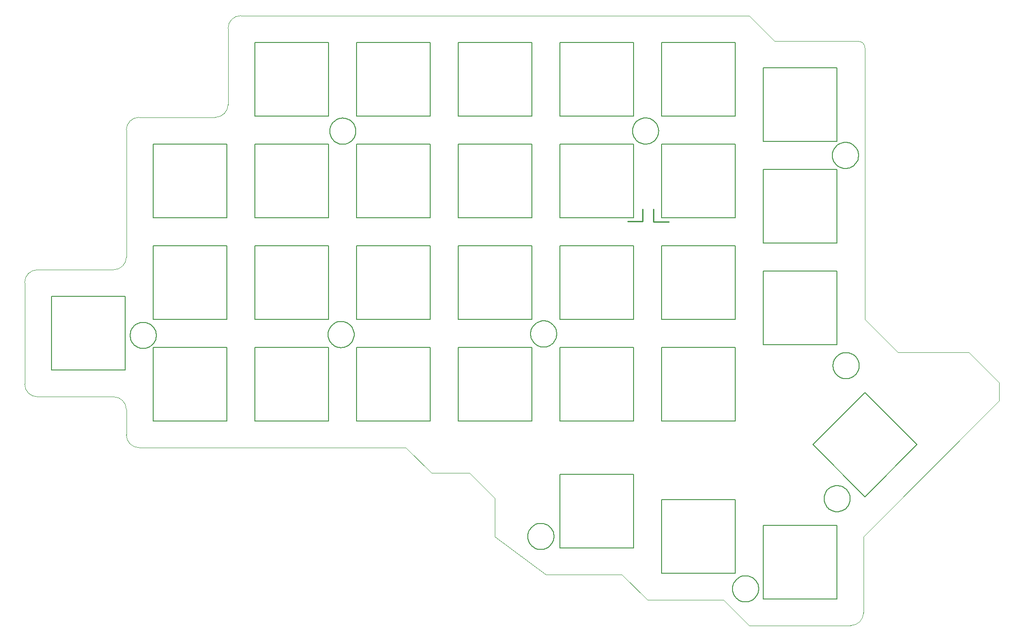
<source format=gbl>
G04 #@! TF.GenerationSoftware,KiCad,Pcbnew,5.1.9*
G04 #@! TF.CreationDate,2021-04-17T13:18:15+02:00*
G04 #@! TF.ProjectId,Crystal-Zeliska-plate,43727973-7461-46c2-9d5a-656c69736b61,rev?*
G04 #@! TF.SameCoordinates,Original*
G04 #@! TF.FileFunction,Copper,L2,Bot*
G04 #@! TF.FilePolarity,Positive*
%FSLAX46Y46*%
G04 Gerber Fmt 4.6, Leading zero omitted, Abs format (unit mm)*
G04 Created by KiCad (PCBNEW 5.1.9) date 2021-04-17 13:18:15*
%MOMM*%
%LPD*%
G01*
G04 APERTURE LIST*
G04 #@! TA.AperFunction,Profile*
%ADD10C,0.200000*%
G04 #@! TD*
G04 #@! TA.AperFunction,Profile*
%ADD11C,0.100000*%
G04 #@! TD*
G04 #@! TA.AperFunction,Conductor*
%ADD12C,0.250000*%
G04 #@! TD*
G04 APERTURE END LIST*
D10*
X136695831Y-131572496D02*
X136604622Y-131833222D01*
X136604622Y-131833222D02*
X136543981Y-132098811D01*
X136543981Y-132098811D02*
X136513425Y-132366835D01*
X136513425Y-132366835D02*
X136512471Y-132634862D01*
X136512471Y-132634862D02*
X136540636Y-132900465D01*
X136540636Y-132900465D02*
X136597435Y-133161214D01*
X136597435Y-133161214D02*
X136682387Y-133414680D01*
X136682387Y-133414680D02*
X136795008Y-133658433D01*
X136795008Y-133658433D02*
X136934814Y-133890044D01*
X136934814Y-133890044D02*
X137101322Y-134107083D01*
X137101322Y-134107083D02*
X137226924Y-134242482D01*
X137226924Y-134242482D02*
X137432899Y-134426523D01*
X137432899Y-134426523D02*
X137655066Y-134584184D01*
X137655066Y-134584184D02*
X137890994Y-134714982D01*
X137890994Y-134714982D02*
X138138254Y-134818433D01*
X138138254Y-134818433D02*
X138394418Y-134894055D01*
X138394418Y-134894055D02*
X138657054Y-134941363D01*
X138657054Y-134941363D02*
X138923736Y-134959875D01*
X138923736Y-134959875D02*
X139192032Y-134949108D01*
X139192032Y-134949108D02*
X139459514Y-134908578D01*
X139459514Y-134908578D02*
X139723752Y-134837802D01*
X139723752Y-134837802D02*
X139896910Y-134773576D01*
X139896910Y-134773576D02*
X140145765Y-134653708D01*
X140145765Y-134653708D02*
X140376445Y-134508787D01*
X140376445Y-134508787D02*
X140587572Y-134340872D01*
X140587572Y-134340872D02*
X140777771Y-134152022D01*
X140777771Y-134152022D02*
X140945666Y-133944297D01*
X140945666Y-133944297D02*
X141089880Y-133719756D01*
X141089880Y-133719756D02*
X141209037Y-133480459D01*
X141209037Y-133480459D02*
X141301762Y-133228465D01*
X141301762Y-133228465D02*
X141366677Y-132965834D01*
X141366677Y-132965834D02*
X141402408Y-132694624D01*
X141402408Y-132694624D02*
X141409336Y-132510070D01*
X141409336Y-132510070D02*
X141397347Y-132267917D01*
X141397347Y-132267917D02*
X141361825Y-132029866D01*
X141361825Y-132029866D02*
X141303434Y-131797524D01*
X141303434Y-131797524D02*
X141222841Y-131572496D01*
X141222841Y-131572496D02*
X141120710Y-131356388D01*
X141120710Y-131356388D02*
X140997707Y-131150809D01*
X140997707Y-131150809D02*
X140854498Y-130957363D01*
X140854498Y-130957363D02*
X140691748Y-130777659D01*
X140691748Y-130777659D02*
X140512043Y-130614908D01*
X140512043Y-130614908D02*
X140318597Y-130471699D01*
X140318597Y-130471699D02*
X140113017Y-130348696D01*
X140113017Y-130348696D02*
X139896910Y-130246565D01*
X139896910Y-130246565D02*
X139671882Y-130165971D01*
X139671882Y-130165971D02*
X139439539Y-130107581D01*
X139439539Y-130107581D02*
X139201488Y-130072058D01*
X139201488Y-130072058D02*
X138959336Y-130060070D01*
X139479271Y-92099999D02*
X139479271Y-92099999D01*
X177309267Y-139880091D02*
X177033483Y-139895600D01*
X177033483Y-139895600D02*
X176764904Y-139941212D01*
X176764904Y-139941212D02*
X176505589Y-140015551D01*
X176505589Y-140015551D02*
X176257599Y-140117239D01*
X176257599Y-140117239D02*
X176022991Y-140244902D01*
X176022991Y-140244902D02*
X175803827Y-140397162D01*
X175803827Y-140397162D02*
X175602165Y-140572644D01*
X175602165Y-140572644D02*
X175420065Y-140769972D01*
X175420065Y-140769972D02*
X175259586Y-140987770D01*
X175259586Y-140987770D02*
X175122787Y-141224661D01*
X175122787Y-141224661D02*
X175045762Y-141392517D01*
X175045762Y-141392517D02*
X174954553Y-141653243D01*
X174954553Y-141653243D02*
X174893912Y-141918832D01*
X174893912Y-141918832D02*
X174863356Y-142186856D01*
X174863356Y-142186856D02*
X174862402Y-142454883D01*
X174862402Y-142454883D02*
X174890567Y-142720486D01*
X174890567Y-142720486D02*
X174947366Y-142981235D01*
X174947366Y-142981235D02*
X175032318Y-143234701D01*
X175032318Y-143234701D02*
X175144939Y-143478454D01*
X175144939Y-143478454D02*
X175284745Y-143710065D01*
X175284745Y-143710065D02*
X175451253Y-143927104D01*
X175451253Y-143927104D02*
X175576855Y-144062503D01*
X175576855Y-144062503D02*
X175782830Y-144246544D01*
X175782830Y-144246544D02*
X176004997Y-144404205D01*
X176004997Y-144404205D02*
X176240925Y-144535003D01*
X176240925Y-144535003D02*
X176488185Y-144638454D01*
X176488185Y-144638454D02*
X176744349Y-144714076D01*
X176744349Y-144714076D02*
X177006985Y-144761384D01*
X177006985Y-144761384D02*
X177273667Y-144779896D01*
X177273667Y-144779896D02*
X177541963Y-144769128D01*
X177541963Y-144769128D02*
X177809445Y-144728598D01*
X177809445Y-144728598D02*
X178073683Y-144657822D01*
X178073683Y-144657822D02*
X178246841Y-144593596D01*
X99265626Y-93732564D02*
X99174417Y-93993290D01*
X99174417Y-93993290D02*
X99113777Y-94258879D01*
X99113777Y-94258879D02*
X99083221Y-94526903D01*
X99083221Y-94526903D02*
X99082267Y-94794930D01*
X99082267Y-94794930D02*
X99110432Y-95060533D01*
X99110432Y-95060533D02*
X99167231Y-95321282D01*
X99167231Y-95321282D02*
X99252183Y-95574748D01*
X99252183Y-95574748D02*
X99364804Y-95818501D01*
X99364804Y-95818501D02*
X99504610Y-96050112D01*
X99504610Y-96050112D02*
X99671118Y-96267151D01*
X99671118Y-96267151D02*
X99796720Y-96402550D01*
X99796720Y-96402550D02*
X100002695Y-96586591D01*
X100002695Y-96586591D02*
X100224862Y-96744252D01*
X100224862Y-96744252D02*
X100460790Y-96875050D01*
X100460790Y-96875050D02*
X100708050Y-96978501D01*
X100708050Y-96978501D02*
X100964214Y-97054123D01*
X100964214Y-97054123D02*
X101226850Y-97101431D01*
X101226850Y-97101431D02*
X101493532Y-97119943D01*
X101493532Y-97119943D02*
X101761828Y-97109175D01*
X101761828Y-97109175D02*
X102029310Y-97068645D01*
X102029310Y-97068645D02*
X102293548Y-96997869D01*
X102293548Y-96997869D02*
X102466706Y-96933643D01*
X102466706Y-96933643D02*
X102715561Y-96813776D01*
X102715561Y-96813776D02*
X102946241Y-96668855D01*
X102946241Y-96668855D02*
X103157368Y-96500940D01*
X103157368Y-96500940D02*
X103347567Y-96312090D01*
X103347567Y-96312090D02*
X103515461Y-96104365D01*
X103515461Y-96104365D02*
X103659675Y-95879824D01*
X103659675Y-95879824D02*
X103778833Y-95640527D01*
X103778833Y-95640527D02*
X103871557Y-95388533D01*
X103871557Y-95388533D02*
X103936473Y-95125902D01*
X103936473Y-95125902D02*
X103972204Y-94854692D01*
X103972204Y-94854692D02*
X103979132Y-94670138D01*
X103979132Y-94670138D02*
X103966482Y-94419639D01*
X103966482Y-94419639D02*
X103929356Y-94176377D01*
X103929356Y-94176377D02*
X103868984Y-93941583D01*
X103868984Y-93941583D02*
X103786598Y-93716487D01*
X103786598Y-93716487D02*
X103683430Y-93502322D01*
X103683430Y-93502322D02*
X103560710Y-93300319D01*
X103560710Y-93300319D02*
X103419670Y-93111710D01*
X103419670Y-93111710D02*
X103261543Y-92937726D01*
X103261543Y-92937726D02*
X103087559Y-92779599D01*
X103087559Y-92779599D02*
X102898949Y-92638559D01*
X102898949Y-92638559D02*
X102696946Y-92515839D01*
X102696946Y-92515839D02*
X102482781Y-92412671D01*
X102482781Y-92412671D02*
X102257686Y-92330285D01*
X102257686Y-92330285D02*
X102022891Y-92269913D01*
X102022891Y-92269913D02*
X101779629Y-92232787D01*
X101779629Y-92232787D02*
X101529131Y-92220138D01*
X64449197Y-92380158D02*
X64449197Y-92380158D01*
X158579307Y-54080004D02*
X158303523Y-54095513D01*
X158303523Y-54095513D02*
X158034944Y-54141125D01*
X158034944Y-54141125D02*
X157775629Y-54215464D01*
X157775629Y-54215464D02*
X157527639Y-54317152D01*
X157527639Y-54317152D02*
X157293031Y-54444814D01*
X157293031Y-54444814D02*
X157073867Y-54597075D01*
X157073867Y-54597075D02*
X156872205Y-54772557D01*
X156872205Y-54772557D02*
X156690105Y-54969885D01*
X156690105Y-54969885D02*
X156529626Y-55187682D01*
X156529626Y-55187682D02*
X156392827Y-55424573D01*
X156392827Y-55424573D02*
X156315802Y-55592429D01*
X156315802Y-55592429D02*
X156224593Y-55853155D01*
X156224593Y-55853155D02*
X156163952Y-56118745D01*
X156163952Y-56118745D02*
X156133396Y-56386768D01*
X156133396Y-56386768D02*
X156132442Y-56654796D01*
X156132442Y-56654796D02*
X156160607Y-56920399D01*
X156160607Y-56920399D02*
X156217406Y-57181148D01*
X156217406Y-57181148D02*
X156302358Y-57434614D01*
X156302358Y-57434614D02*
X156414979Y-57678367D01*
X156414979Y-57678367D02*
X156554785Y-57909977D01*
X156554785Y-57909977D02*
X156721293Y-58127017D01*
X156721293Y-58127017D02*
X156846895Y-58262416D01*
X156846895Y-58262416D02*
X157052870Y-58446457D01*
X157052870Y-58446457D02*
X157275037Y-58604118D01*
X157275037Y-58604118D02*
X157510965Y-58734916D01*
X157510965Y-58734916D02*
X157758225Y-58838367D01*
X157758225Y-58838367D02*
X158014389Y-58913988D01*
X158014389Y-58913988D02*
X158277025Y-58961297D01*
X158277025Y-58961297D02*
X158543707Y-58979808D01*
X158543707Y-58979808D02*
X158812003Y-58969041D01*
X158812003Y-58969041D02*
X159079485Y-58928511D01*
X159079485Y-58928511D02*
X159343723Y-58857735D01*
X159343723Y-58857735D02*
X159516881Y-58793509D01*
X159516881Y-58793509D02*
X159765736Y-58673641D01*
X159765736Y-58673641D02*
X159996416Y-58528720D01*
X159996416Y-58528720D02*
X160207543Y-58360805D01*
X160207543Y-58360805D02*
X160397742Y-58171955D01*
X160397742Y-58171955D02*
X160565637Y-57964230D01*
X160565637Y-57964230D02*
X160709851Y-57739690D01*
X160709851Y-57739690D02*
X160829008Y-57500393D01*
X160829008Y-57500393D02*
X160921733Y-57248399D01*
X160921733Y-57248399D02*
X160986648Y-56985767D01*
X160986648Y-56985767D02*
X161022379Y-56714558D01*
X161022379Y-56714558D02*
X161029307Y-56530004D01*
X161029307Y-56530004D02*
X161016657Y-56279505D01*
X161016657Y-56279505D02*
X160979531Y-56036243D01*
X160979531Y-56036243D02*
X160919159Y-55801448D01*
X160919159Y-55801448D02*
X160836773Y-55576353D01*
X160836773Y-55576353D02*
X160733605Y-55362188D01*
X160733605Y-55362188D02*
X160610885Y-55160185D01*
X160610885Y-55160185D02*
X160469846Y-54971576D01*
X160469846Y-54971576D02*
X160311718Y-54797592D01*
X160311718Y-54797592D02*
X160137734Y-54639464D01*
X160137734Y-54639464D02*
X159949125Y-54498425D01*
X159949125Y-54498425D02*
X159747122Y-54375705D01*
X159747122Y-54375705D02*
X159532957Y-54272537D01*
X159532957Y-54272537D02*
X159307862Y-54190151D01*
X159307862Y-54190151D02*
X159073067Y-54129779D01*
X159073067Y-54129779D02*
X158829805Y-54092653D01*
X158829805Y-54092653D02*
X158579307Y-54080004D01*
X101529131Y-92220138D02*
X101529131Y-92220138D01*
X101839271Y-54100077D02*
X101563487Y-54115586D01*
X101563487Y-54115586D02*
X101294908Y-54161199D01*
X101294908Y-54161199D02*
X101035593Y-54235537D01*
X101035593Y-54235537D02*
X100787603Y-54337225D01*
X100787603Y-54337225D02*
X100552995Y-54464888D01*
X100552995Y-54464888D02*
X100333831Y-54617148D01*
X100333831Y-54617148D02*
X100132169Y-54792631D01*
X100132169Y-54792631D02*
X99950068Y-54989959D01*
X99950068Y-54989959D02*
X99789589Y-55207756D01*
X99789589Y-55207756D02*
X99652791Y-55444647D01*
X99652791Y-55444647D02*
X99575765Y-55612503D01*
X99575765Y-55612503D02*
X99484556Y-55873229D01*
X99484556Y-55873229D02*
X99423916Y-56138818D01*
X99423916Y-56138818D02*
X99393360Y-56406842D01*
X99393360Y-56406842D02*
X99392406Y-56674869D01*
X99392406Y-56674869D02*
X99420571Y-56940472D01*
X99420571Y-56940472D02*
X99477370Y-57201221D01*
X99477370Y-57201221D02*
X99562322Y-57454687D01*
X99562322Y-57454687D02*
X99674943Y-57698440D01*
X99674943Y-57698440D02*
X99814749Y-57930051D01*
X99814749Y-57930051D02*
X99981257Y-58147090D01*
X99981257Y-58147090D02*
X100106859Y-58282489D01*
X100106859Y-58282489D02*
X100312834Y-58466530D01*
X100312834Y-58466530D02*
X100535001Y-58624191D01*
X100535001Y-58624191D02*
X100770929Y-58754989D01*
X100770929Y-58754989D02*
X101018189Y-58858440D01*
X101018189Y-58858440D02*
X101274353Y-58934062D01*
X101274353Y-58934062D02*
X101536989Y-58981370D01*
X101536989Y-58981370D02*
X101803671Y-58999882D01*
X101803671Y-58999882D02*
X102071967Y-58989114D01*
X102071967Y-58989114D02*
X102339449Y-58948584D01*
X102339449Y-58948584D02*
X102603687Y-58877808D01*
X102603687Y-58877808D02*
X102776845Y-58813582D01*
X102776845Y-58813582D02*
X103025700Y-58693715D01*
X103025700Y-58693715D02*
X103256380Y-58548794D01*
X103256380Y-58548794D02*
X103467507Y-58380879D01*
X103467507Y-58380879D02*
X103657706Y-58192029D01*
X103657706Y-58192029D02*
X103825600Y-57984304D01*
X103825600Y-57984304D02*
X103969814Y-57759763D01*
X103969814Y-57759763D02*
X104088972Y-57520466D01*
X104088972Y-57520466D02*
X104181696Y-57268472D01*
X104181696Y-57268472D02*
X104246612Y-57005841D01*
X104246612Y-57005841D02*
X104282343Y-56734631D01*
X104282343Y-56734631D02*
X104289271Y-56550077D01*
X104289271Y-56550077D02*
X104277282Y-56307924D01*
X104277282Y-56307924D02*
X104241759Y-56069873D01*
X104241759Y-56069873D02*
X104183369Y-55837531D01*
X104183369Y-55837531D02*
X104102775Y-55612503D01*
X104102775Y-55612503D02*
X104000644Y-55396395D01*
X104000644Y-55396395D02*
X103877641Y-55190816D01*
X103877641Y-55190816D02*
X103734432Y-54997370D01*
X103734432Y-54997370D02*
X103571682Y-54817666D01*
X103571682Y-54817666D02*
X103391977Y-54654915D01*
X103391977Y-54654915D02*
X103198531Y-54511705D01*
X103198531Y-54511705D02*
X102992952Y-54388703D01*
X102992952Y-54388703D02*
X102776845Y-54286572D01*
X102776845Y-54286572D02*
X102551816Y-54205978D01*
X102551816Y-54205978D02*
X102319474Y-54147588D01*
X102319474Y-54147588D02*
X102081423Y-54112065D01*
X102081423Y-54112065D02*
X101839271Y-54100077D01*
D11*
X182736236Y-39662123D02*
X198464420Y-39708640D01*
X199674420Y-40908640D02*
X199674420Y-91798640D01*
X199674420Y-91798640D02*
X205854420Y-97978640D01*
X219114420Y-97978640D02*
X224854420Y-103718640D01*
X224854420Y-103718640D02*
X224857219Y-107078640D01*
X224857219Y-107078640D02*
X199403716Y-132532143D01*
X199403716Y-132532143D02*
X199403716Y-146819643D01*
X197023736Y-149197083D02*
X177973736Y-149197083D01*
D10*
X196191759Y-123697663D02*
X196012054Y-123534912D01*
X196012054Y-123534912D02*
X195818608Y-123391703D01*
X195818608Y-123391703D02*
X195613028Y-123268700D01*
X195613028Y-123268700D02*
X195396921Y-123166570D01*
X195396921Y-123166570D02*
X195171893Y-123085976D01*
X195171893Y-123085976D02*
X194939550Y-123027586D01*
X194939550Y-123027586D02*
X194701499Y-122992063D01*
X194701499Y-122992063D02*
X194459347Y-122980075D01*
X177309267Y-139880091D02*
X177309267Y-139880091D01*
X64449197Y-92380158D02*
X64198698Y-92392807D01*
X64198698Y-92392807D02*
X63955436Y-92429933D01*
X63955436Y-92429933D02*
X63720642Y-92490305D01*
X63720642Y-92490305D02*
X63495546Y-92572691D01*
X63495546Y-92572691D02*
X63281382Y-92675859D01*
X63281382Y-92675859D02*
X63079379Y-92798579D01*
X63079379Y-92798579D02*
X62890770Y-92939619D01*
X62890770Y-92939619D02*
X62716786Y-93097746D01*
X62716786Y-93097746D02*
X62558658Y-93271730D01*
X62558658Y-93271730D02*
X62417619Y-93460339D01*
X62417619Y-93460339D02*
X62294899Y-93662342D01*
X62294899Y-93662342D02*
X62191731Y-93876507D01*
X62191731Y-93876507D02*
X62109345Y-94101603D01*
X62109345Y-94101603D02*
X62048973Y-94336397D01*
X62048973Y-94336397D02*
X62011847Y-94579659D01*
X62011847Y-94579659D02*
X61999198Y-94830158D01*
X61999198Y-94830158D02*
X62011847Y-95080656D01*
X62011847Y-95080656D02*
X62048973Y-95323918D01*
X62048973Y-95323918D02*
X62109345Y-95558713D01*
X62109345Y-95558713D02*
X62191731Y-95783808D01*
X62191731Y-95783808D02*
X62294899Y-95997973D01*
X62294899Y-95997973D02*
X62417619Y-96199976D01*
X62417619Y-96199976D02*
X62558658Y-96388586D01*
X62558658Y-96388586D02*
X62716786Y-96562570D01*
X62716786Y-96562570D02*
X62890770Y-96720697D01*
X62890770Y-96720697D02*
X63079379Y-96861737D01*
X63079379Y-96861737D02*
X63281382Y-96984457D01*
X63281382Y-96984457D02*
X63495546Y-97087625D01*
X63495546Y-97087625D02*
X63720642Y-97170011D01*
X63720642Y-97170011D02*
X63955436Y-97230383D01*
X63955436Y-97230383D02*
X64198698Y-97267509D01*
X64198698Y-97267509D02*
X64449197Y-97280159D01*
X64449197Y-97280159D02*
X64699695Y-97267509D01*
X64699695Y-97267509D02*
X64942957Y-97230383D01*
X64942957Y-97230383D02*
X65177752Y-97170011D01*
X65177752Y-97170011D02*
X65402848Y-97087625D01*
X65402848Y-97087625D02*
X65617013Y-96984457D01*
X65617013Y-96984457D02*
X65819016Y-96861737D01*
X65819016Y-96861737D02*
X66007625Y-96720697D01*
X66007625Y-96720697D02*
X66181609Y-96562570D01*
X66181609Y-96562570D02*
X66339737Y-96388586D01*
X66339737Y-96388586D02*
X66480776Y-96199976D01*
X66480776Y-96199976D02*
X66603496Y-95997973D01*
X66603496Y-95997973D02*
X66706664Y-95783808D01*
X66706664Y-95783808D02*
X66789050Y-95558713D01*
X66789050Y-95558713D02*
X66849422Y-95323918D01*
X66849422Y-95323918D02*
X66886548Y-95080656D01*
X66886548Y-95080656D02*
X66899198Y-94830158D01*
X66899198Y-94830158D02*
X66887209Y-94588005D01*
X66887209Y-94588005D02*
X66851687Y-94349954D01*
X66851687Y-94349954D02*
X66793296Y-94117612D01*
X66793296Y-94117612D02*
X66712703Y-93892584D01*
X66712703Y-93892584D02*
X66610572Y-93676476D01*
X66610572Y-93676476D02*
X66487569Y-93470897D01*
X66487569Y-93470897D02*
X66344360Y-93277451D01*
X66344360Y-93277451D02*
X66181610Y-93097747D01*
X66181610Y-93097747D02*
X66001904Y-92934996D01*
X66001904Y-92934996D02*
X65808459Y-92791786D01*
X65808459Y-92791786D02*
X65602879Y-92668784D01*
X65602879Y-92668784D02*
X65386772Y-92566653D01*
X65386772Y-92566653D02*
X65161743Y-92486059D01*
X65161743Y-92486059D02*
X64929400Y-92427669D01*
X64929400Y-92427669D02*
X64691349Y-92392146D01*
X64691349Y-92392146D02*
X64449197Y-92380158D01*
X194459347Y-122980075D02*
X194459347Y-122980075D01*
X101529131Y-92220138D02*
X101253347Y-92235647D01*
X101253347Y-92235647D02*
X100984768Y-92281260D01*
X100984768Y-92281260D02*
X100725454Y-92355598D01*
X100725454Y-92355598D02*
X100477463Y-92457286D01*
X100477463Y-92457286D02*
X100242856Y-92584949D01*
X100242856Y-92584949D02*
X100023692Y-92737209D01*
X100023692Y-92737209D02*
X99822030Y-92912692D01*
X99822030Y-92912692D02*
X99639929Y-93110020D01*
X99639929Y-93110020D02*
X99479450Y-93327817D01*
X99479450Y-93327817D02*
X99342652Y-93564708D01*
X99342652Y-93564708D02*
X99265626Y-93732564D01*
D11*
X177973736Y-34899623D02*
X182736236Y-39662123D01*
D10*
X194406889Y-102232615D02*
X194612864Y-102416656D01*
X194612864Y-102416656D02*
X194835031Y-102574317D01*
X194835031Y-102574317D02*
X195070959Y-102705115D01*
X195070959Y-102705115D02*
X195318219Y-102808566D01*
X195318219Y-102808566D02*
X195574383Y-102884187D01*
X195574383Y-102884187D02*
X195837019Y-102931496D01*
X195837019Y-102931496D02*
X196103701Y-102950007D01*
X196103701Y-102950007D02*
X196371997Y-102939240D01*
X196371997Y-102939240D02*
X196639479Y-102898710D01*
X196639479Y-102898710D02*
X196903717Y-102827934D01*
X196903717Y-102827934D02*
X197076875Y-102763708D01*
X197076875Y-102763708D02*
X197325730Y-102643840D01*
X197325730Y-102643840D02*
X197556410Y-102498919D01*
X197556410Y-102498919D02*
X197767537Y-102331004D01*
X197767537Y-102331004D02*
X197957736Y-102142154D01*
X197957736Y-102142154D02*
X198125630Y-101934429D01*
X198125630Y-101934429D02*
X198269844Y-101709889D01*
X198269844Y-101709889D02*
X198389002Y-101470592D01*
X198389002Y-101470592D02*
X198481726Y-101218598D01*
X198481726Y-101218598D02*
X198546642Y-100955966D01*
X198546642Y-100955966D02*
X198582373Y-100684757D01*
X198582373Y-100684757D02*
X198589301Y-100500203D01*
X198589301Y-100500203D02*
X198577312Y-100258050D01*
X198577312Y-100258050D02*
X198541789Y-100019999D01*
X198541789Y-100019999D02*
X198483399Y-99787656D01*
X198483399Y-99787656D02*
X198402805Y-99562628D01*
X198402805Y-99562628D02*
X198300674Y-99346520D01*
X198300674Y-99346520D02*
X198177671Y-99140941D01*
X198177671Y-99140941D02*
X198034462Y-98947495D01*
X198034462Y-98947495D02*
X197871712Y-98767791D01*
X197871712Y-98767791D02*
X197692007Y-98605040D01*
X197692007Y-98605040D02*
X197498561Y-98461831D01*
X197498561Y-98461831D02*
X197292982Y-98338828D01*
X197292982Y-98338828D02*
X197076874Y-98236698D01*
X197076874Y-98236698D02*
X196851846Y-98156104D01*
X196851846Y-98156104D02*
X196619503Y-98097714D01*
X196619503Y-98097714D02*
X196381452Y-98062191D01*
X196381452Y-98062191D02*
X196139300Y-98050203D01*
X196029326Y-58649982D02*
X195753542Y-58665491D01*
X195753542Y-58665491D02*
X195484963Y-58711103D01*
X195484963Y-58711103D02*
X195225648Y-58785442D01*
X195225648Y-58785442D02*
X194977658Y-58887130D01*
X194977658Y-58887130D02*
X194743050Y-59014792D01*
X194743050Y-59014792D02*
X194523886Y-59167053D01*
X194523886Y-59167053D02*
X194322224Y-59342535D01*
X194322224Y-59342535D02*
X194140124Y-59539863D01*
X194140124Y-59539863D02*
X193979645Y-59757660D01*
X193979645Y-59757660D02*
X193842846Y-59994551D01*
X193842846Y-59994551D02*
X193765821Y-60162407D01*
X193765821Y-60162407D02*
X193674612Y-60423133D01*
X193674612Y-60423133D02*
X193613971Y-60688723D01*
X193613971Y-60688723D02*
X193583415Y-60956746D01*
X193583415Y-60956746D02*
X193582461Y-61224774D01*
X193582461Y-61224774D02*
X193610626Y-61490377D01*
X193610626Y-61490377D02*
X193667425Y-61751126D01*
X193667425Y-61751126D02*
X193752377Y-62004592D01*
X193752377Y-62004592D02*
X193864998Y-62248345D01*
X193864998Y-62248345D02*
X194004804Y-62479956D01*
X194004804Y-62479956D02*
X194171312Y-62696995D01*
X194171312Y-62696995D02*
X194296914Y-62832394D01*
X194296914Y-62832394D02*
X194502889Y-63016435D01*
X194502889Y-63016435D02*
X194725056Y-63174096D01*
X194725056Y-63174096D02*
X194960984Y-63304894D01*
X194960984Y-63304894D02*
X195208244Y-63408345D01*
X195208244Y-63408345D02*
X195464408Y-63483967D01*
X195464408Y-63483967D02*
X195727044Y-63531275D01*
X195727044Y-63531275D02*
X195993726Y-63549787D01*
X195993726Y-63549787D02*
X196262022Y-63539019D01*
X196262022Y-63539019D02*
X196529504Y-63498489D01*
X196529504Y-63498489D02*
X196793742Y-63427713D01*
X196793742Y-63427713D02*
X196966900Y-63363487D01*
X196966900Y-63363487D02*
X197215755Y-63243620D01*
X197215755Y-63243620D02*
X197446435Y-63098699D01*
X197446435Y-63098699D02*
X197657562Y-62930784D01*
X197657562Y-62930784D02*
X197847761Y-62741934D01*
X197847761Y-62741934D02*
X198015656Y-62534209D01*
X198015656Y-62534209D02*
X198159870Y-62309668D01*
X198159870Y-62309668D02*
X198279027Y-62070371D01*
X198279027Y-62070371D02*
X198371752Y-61818377D01*
X198371752Y-61818377D02*
X198436667Y-61555746D01*
X198436667Y-61555746D02*
X198472398Y-61284536D01*
X198472398Y-61284536D02*
X198479326Y-61099982D01*
X198479326Y-61099982D02*
X198467337Y-60857829D01*
X198467337Y-60857829D02*
X198431815Y-60619778D01*
X198431815Y-60619778D02*
X198373424Y-60387435D01*
X198373424Y-60387435D02*
X198292831Y-60162407D01*
X198292831Y-60162407D02*
X198190700Y-59946299D01*
X198190700Y-59946299D02*
X198067697Y-59740720D01*
X198067697Y-59740720D02*
X197924488Y-59547274D01*
X197924488Y-59547274D02*
X197761738Y-59367570D01*
X137247376Y-58955963D02*
X137247376Y-72755783D01*
X123447556Y-72755783D02*
X123447556Y-58955963D01*
X123447556Y-91805783D02*
X137247376Y-91805783D01*
X137247376Y-78005963D02*
X123447556Y-78005963D01*
X137247376Y-78005963D02*
X137247376Y-91805783D01*
X123447556Y-91805783D02*
X123447556Y-78005963D01*
X123447556Y-110855783D02*
X123447556Y-97055963D01*
X137247376Y-97055963D02*
X137247376Y-110855783D01*
X194397376Y-63718463D02*
X194397376Y-77518283D01*
X180597556Y-77518283D02*
X180597556Y-63718463D01*
X180597556Y-96568283D02*
X180597556Y-82768463D01*
X194397376Y-82768463D02*
X194397376Y-96568283D01*
X194397376Y-82768463D02*
X180597556Y-82768463D01*
X180597556Y-96568283D02*
X194397376Y-96568283D01*
X189924436Y-115298243D02*
X199683116Y-125056923D01*
X209441796Y-115298243D02*
X199683116Y-105542103D01*
X99147376Y-39905963D02*
X85347556Y-39905963D01*
X85347556Y-53705783D02*
X99147376Y-53705783D01*
X85347556Y-72755783D02*
X85347556Y-58955963D01*
X99147376Y-58955963D02*
X99147376Y-72755783D01*
X99147376Y-58955963D02*
X85347556Y-58955963D01*
X85347556Y-72755783D02*
X99147376Y-72755783D01*
X85347556Y-91805783D02*
X85347556Y-78005963D01*
X99147376Y-78005963D02*
X99147376Y-91805783D01*
X175347376Y-39905963D02*
X161547556Y-39905963D01*
X161547556Y-53705783D02*
X175347376Y-53705783D01*
X66297556Y-72755783D02*
X66297556Y-58955963D01*
X80097376Y-58955963D02*
X80097376Y-72755783D01*
X80097376Y-58955963D02*
X66297556Y-58955963D01*
X66297556Y-72755783D02*
X80097376Y-72755783D01*
X66297556Y-110855783D02*
X80097376Y-110855783D01*
X80097376Y-97055963D02*
X66297556Y-97055963D01*
X175347376Y-58955963D02*
X175347376Y-72755783D01*
X161547556Y-72755783D02*
X161547556Y-58955963D01*
X161547556Y-91805783D02*
X161547556Y-78005963D01*
X175347376Y-78005963D02*
X175347376Y-91805783D01*
X175347376Y-78005963D02*
X161547556Y-78005963D01*
X161547556Y-91805783D02*
X175347376Y-91805783D01*
X161547556Y-110855783D02*
X161547556Y-97055963D01*
X175347376Y-97055963D02*
X175347376Y-110855783D01*
X118197376Y-39905963D02*
X118197376Y-53705783D01*
X104397556Y-53705783D02*
X104397556Y-39905963D01*
X104397556Y-72755783D02*
X118197376Y-72755783D01*
X118197376Y-58955963D02*
X104397556Y-58955963D01*
X118197376Y-58955963D02*
X118197376Y-72755783D01*
X104397556Y-72755783D02*
X104397556Y-58955963D01*
X104397556Y-110855783D02*
X104397556Y-97055963D01*
X118197376Y-97055963D02*
X118197376Y-110855783D01*
X156297376Y-97055963D02*
X142497556Y-97055963D01*
X142497556Y-110855783D02*
X156297376Y-110855783D01*
X142497556Y-134668283D02*
X156297376Y-134668283D01*
X156297376Y-120868463D02*
X142497556Y-120868463D01*
X156297376Y-120868463D02*
X156297376Y-134668283D01*
X142497556Y-134668283D02*
X142497556Y-120868463D01*
X161547556Y-72755783D02*
X175347376Y-72755783D01*
X175347376Y-58955963D02*
X161547556Y-58955963D01*
X178246841Y-144593596D02*
X178495696Y-144473729D01*
X178495696Y-144473729D02*
X178726376Y-144328808D01*
X178726376Y-144328808D02*
X178937503Y-144160893D01*
X178937503Y-144160893D02*
X179127702Y-143972043D01*
X179127702Y-143972043D02*
X179295597Y-143764318D01*
X179295597Y-143764318D02*
X179439811Y-143539777D01*
X179439811Y-143539777D02*
X179558968Y-143300480D01*
X179558968Y-143300480D02*
X179651693Y-143048486D01*
X179651693Y-143048486D02*
X179716608Y-142785855D01*
X179716608Y-142785855D02*
X179752339Y-142514645D01*
X179752339Y-142514645D02*
X179759267Y-142330091D01*
X179759267Y-142330091D02*
X179747278Y-142087938D01*
X179747278Y-142087938D02*
X179711756Y-141849887D01*
X179711756Y-141849887D02*
X179653365Y-141617545D01*
X179653365Y-141617545D02*
X179572772Y-141392517D01*
X179572772Y-141392517D02*
X179470641Y-141176409D01*
X179470641Y-141176409D02*
X179347638Y-140970830D01*
X179347638Y-140970830D02*
X179204429Y-140777384D01*
X179204429Y-140777384D02*
X179041679Y-140597680D01*
X179041679Y-140597680D02*
X178861974Y-140434929D01*
X178861974Y-140434929D02*
X178668528Y-140291719D01*
X178668528Y-140291719D02*
X178462948Y-140168717D01*
X178462948Y-140168717D02*
X178246841Y-140066586D01*
X178246841Y-140066586D02*
X178021813Y-139985992D01*
X178021813Y-139985992D02*
X177789470Y-139927602D01*
X177789470Y-139927602D02*
X177551419Y-139892079D01*
X177551419Y-139892079D02*
X177309267Y-139880091D01*
X138959336Y-130060070D02*
X138959336Y-130060070D01*
X194459347Y-122980075D02*
X194183563Y-122995584D01*
X194183563Y-122995584D02*
X193914984Y-123041196D01*
X193914984Y-123041196D02*
X193655669Y-123115535D01*
X193655669Y-123115535D02*
X193407679Y-123217223D01*
X193407679Y-123217223D02*
X193173071Y-123344885D01*
X193173071Y-123344885D02*
X192953907Y-123497146D01*
X192953907Y-123497146D02*
X192752245Y-123672628D01*
X192752245Y-123672628D02*
X192570145Y-123869956D01*
X192570145Y-123869956D02*
X192409666Y-124087753D01*
X192409666Y-124087753D02*
X192272867Y-124324644D01*
X192272867Y-124324644D02*
X192195842Y-124492500D01*
X192195842Y-124492500D02*
X192104633Y-124753226D01*
X192104633Y-124753226D02*
X192043992Y-125018816D01*
X192043992Y-125018816D02*
X192013436Y-125286839D01*
X192013436Y-125286839D02*
X192012482Y-125554867D01*
X192012482Y-125554867D02*
X192040647Y-125820470D01*
X192040647Y-125820470D02*
X192097446Y-126081219D01*
X192097446Y-126081219D02*
X192182398Y-126334685D01*
X192182398Y-126334685D02*
X192295019Y-126578438D01*
X192295019Y-126578438D02*
X192434825Y-126810048D01*
X192434825Y-126810048D02*
X192601333Y-127027088D01*
X192601333Y-127027088D02*
X192726935Y-127162487D01*
X192726935Y-127162487D02*
X192932910Y-127346528D01*
X192932910Y-127346528D02*
X193155077Y-127504189D01*
X193155077Y-127504189D02*
X193391005Y-127634987D01*
X193391005Y-127634987D02*
X193638265Y-127738438D01*
X193638265Y-127738438D02*
X193894429Y-127814059D01*
X193894429Y-127814059D02*
X194157065Y-127861368D01*
X194157065Y-127861368D02*
X194423747Y-127879879D01*
X194423747Y-127879879D02*
X194692043Y-127869112D01*
X194692043Y-127869112D02*
X194959525Y-127828582D01*
X194959525Y-127828582D02*
X195223763Y-127757806D01*
X195223763Y-127757806D02*
X195396921Y-127693580D01*
X195396921Y-127693580D02*
X195645776Y-127573712D01*
X195645776Y-127573712D02*
X195876456Y-127428791D01*
X195876456Y-127428791D02*
X196087583Y-127260876D01*
X196087583Y-127260876D02*
X196277782Y-127072026D01*
X196277782Y-127072026D02*
X196445677Y-126864301D01*
X196445677Y-126864301D02*
X196589891Y-126639761D01*
X196589891Y-126639761D02*
X196709048Y-126400464D01*
X196709048Y-126400464D02*
X196801773Y-126148470D01*
X196801773Y-126148470D02*
X196866688Y-125885838D01*
X196866688Y-125885838D02*
X196902419Y-125614629D01*
X196902419Y-125614629D02*
X196909347Y-125430075D01*
X196909347Y-125430075D02*
X196897358Y-125187922D01*
X196897358Y-125187922D02*
X196861836Y-124949871D01*
X196861836Y-124949871D02*
X196803445Y-124717528D01*
X196803445Y-124717528D02*
X196722852Y-124492500D01*
X196722852Y-124492500D02*
X196620721Y-124276392D01*
X196620721Y-124276392D02*
X196497718Y-124070813D01*
X196497718Y-124070813D02*
X196354509Y-123877367D01*
X196354509Y-123877367D02*
X196191759Y-123697663D01*
X137247376Y-97055963D02*
X123447556Y-97055963D01*
X123447556Y-110855783D02*
X137247376Y-110855783D01*
X142497556Y-53705783D02*
X156297376Y-53705783D01*
X156297376Y-39905963D02*
X142497556Y-39905963D01*
X156297376Y-39905963D02*
X156297376Y-53705783D01*
X142497556Y-53705783D02*
X142497556Y-39905963D01*
X142497556Y-72755783D02*
X156297376Y-72755783D01*
X156297376Y-58955963D02*
X142497556Y-58955963D01*
X175347376Y-97055963D02*
X161547556Y-97055963D01*
X161547556Y-110855783D02*
X175347376Y-110855783D01*
X180597556Y-58468283D02*
X180597556Y-44668463D01*
X194397376Y-44668463D02*
X194397376Y-58468283D01*
X194397376Y-44668463D02*
X180597556Y-44668463D01*
X180597556Y-58468283D02*
X194397376Y-58468283D01*
X180597556Y-77518283D02*
X194397376Y-77518283D01*
X194397376Y-63718463D02*
X180597556Y-63718463D01*
D11*
X63673735Y-115865347D02*
G75*
G02*
X61291216Y-113482143I685J2383204D01*
G01*
D10*
X158579307Y-54080004D02*
X158579307Y-54080004D01*
X101839271Y-54100077D02*
X101839271Y-54100077D01*
X161547556Y-139430783D02*
X175347376Y-139430783D01*
X175347376Y-125630963D02*
X161547556Y-125630963D01*
X175347376Y-125630963D02*
X175347376Y-139430783D01*
X161547556Y-139430783D02*
X161547556Y-125630963D01*
X161547556Y-53705783D02*
X161547556Y-39905963D01*
X175347376Y-39905963D02*
X175347376Y-53705783D01*
X80097376Y-78005963D02*
X66297556Y-78005963D01*
X66297556Y-91805783D02*
X80097376Y-91805783D01*
X47247556Y-101330783D02*
X61047376Y-101330783D01*
X61047376Y-87530963D02*
X47247556Y-87530963D01*
X61047376Y-87530963D02*
X61047376Y-101330783D01*
X47247556Y-101330783D02*
X47247556Y-87530963D01*
X85347556Y-53705783D02*
X85347556Y-39905963D01*
X99147376Y-39905963D02*
X99147376Y-53705783D01*
X80097376Y-97055963D02*
X80097376Y-110855783D01*
X66297556Y-110855783D02*
X66297556Y-97055963D01*
X104397556Y-91805783D02*
X104397556Y-78005963D01*
X118197376Y-78005963D02*
X118197376Y-91805783D01*
X118197376Y-78005963D02*
X104397556Y-78005963D01*
X104397556Y-91805783D02*
X118197376Y-91805783D01*
X66297556Y-91805783D02*
X66297556Y-78005963D01*
X80097376Y-78005963D02*
X80097376Y-91805783D01*
D11*
X118441216Y-120624623D02*
X113678716Y-115862123D01*
X113678716Y-115862123D02*
X63674244Y-115861361D01*
X61291216Y-113482143D02*
X61291216Y-108719643D01*
X58911236Y-106337123D02*
X44624244Y-106336361D01*
X42241216Y-103957143D02*
X42239831Y-84938638D01*
X44624244Y-82523861D02*
X58911744Y-82523861D01*
X61292994Y-80142611D02*
X61285413Y-56332126D01*
X63673736Y-53949623D02*
X77961744Y-53948861D01*
X177973736Y-149197083D02*
X173211236Y-144437123D01*
X173211236Y-144437123D02*
X158923736Y-144437123D01*
X158923736Y-144437123D02*
X154161236Y-139674623D01*
X154161236Y-139674623D02*
X139873736Y-139674623D01*
X139873736Y-139674623D02*
X130348736Y-132532143D01*
X130348736Y-132532143D02*
X130348736Y-125387123D01*
X130348736Y-125387123D02*
X125586236Y-120624623D01*
X125586236Y-120624623D02*
X118441216Y-120624623D01*
D10*
X209441796Y-115298243D02*
X199683116Y-125056923D01*
X189924436Y-115298243D02*
X199683116Y-105542103D01*
X180597556Y-144193283D02*
X180597556Y-130393463D01*
X194397376Y-130393463D02*
X194397376Y-144193283D01*
X194397376Y-130393463D02*
X180597556Y-130393463D01*
X180597556Y-144193283D02*
X194397376Y-144193283D01*
D11*
X44624244Y-106340347D02*
G75*
G02*
X42241216Y-103957143I176J2383204D01*
G01*
D10*
X156297376Y-58955963D02*
X156297376Y-72755783D01*
X142497556Y-72755783D02*
X142497556Y-58955963D01*
X142497556Y-91805783D02*
X142497556Y-78005963D01*
X156297376Y-78005963D02*
X156297376Y-91805783D01*
X156297376Y-78005963D02*
X142497556Y-78005963D01*
X142497556Y-91805783D02*
X156297376Y-91805783D01*
X142497556Y-110855783D02*
X142497556Y-97055963D01*
X156297376Y-97055963D02*
X156297376Y-110855783D01*
D11*
X42239831Y-84938638D02*
G75*
G02*
X44624245Y-82523862I2384589J29998D01*
G01*
X61285412Y-56332126D02*
G75*
G02*
X63673736Y-53949623I2389008J-6514D01*
G01*
X61290396Y-80142617D02*
G75*
G02*
X58911237Y-82524622I-2375976J-6023D01*
G01*
D10*
X99147376Y-78005963D02*
X85347556Y-78005963D01*
X85347556Y-91805783D02*
X99147376Y-91805783D01*
X85347556Y-110855783D02*
X99147376Y-110855783D01*
X99147376Y-97055963D02*
X85347556Y-97055963D01*
X99147376Y-97055963D02*
X99147376Y-110855783D01*
X85347556Y-110855783D02*
X85347556Y-97055963D01*
X104397556Y-53705783D02*
X118197376Y-53705783D01*
X118197376Y-39905963D02*
X104397556Y-39905963D01*
X196139300Y-98050203D02*
X195863516Y-98065712D01*
X195863516Y-98065712D02*
X195594937Y-98111324D01*
X195594937Y-98111324D02*
X195335623Y-98185663D01*
X195335623Y-98185663D02*
X195087632Y-98287351D01*
X195087632Y-98287351D02*
X194853025Y-98415013D01*
X194853025Y-98415013D02*
X194633861Y-98567274D01*
X194633861Y-98567274D02*
X194432199Y-98742756D01*
X194432199Y-98742756D02*
X194250098Y-98940084D01*
X194250098Y-98940084D02*
X194089619Y-99157881D01*
X194089619Y-99157881D02*
X193952821Y-99394772D01*
X193952821Y-99394772D02*
X193875795Y-99562628D01*
X193875795Y-99562628D02*
X193784586Y-99823354D01*
X193784586Y-99823354D02*
X193723945Y-100088944D01*
X193723945Y-100088944D02*
X193693390Y-100356967D01*
X193693390Y-100356967D02*
X193692436Y-100624995D01*
X193692436Y-100624995D02*
X193720600Y-100890598D01*
X193720600Y-100890598D02*
X193777400Y-101151347D01*
X193777400Y-101151347D02*
X193862352Y-101404813D01*
X193862352Y-101404813D02*
X193974972Y-101648566D01*
X193974972Y-101648566D02*
X194114778Y-101880177D01*
X194114778Y-101880177D02*
X194281287Y-102097216D01*
X194281287Y-102097216D02*
X194406889Y-102232615D01*
X197761738Y-59367570D02*
X197582033Y-59204819D01*
X197582033Y-59204819D02*
X197388587Y-59061610D01*
X197388587Y-59061610D02*
X197183007Y-58938607D01*
X197183007Y-58938607D02*
X196966900Y-58836477D01*
X196966900Y-58836477D02*
X196741872Y-58755883D01*
X196741872Y-58755883D02*
X196509529Y-58697493D01*
X196509529Y-58697493D02*
X196271478Y-58661970D01*
X196271478Y-58661970D02*
X196029326Y-58649982D01*
X196139300Y-98050203D02*
X196139300Y-98050203D01*
X139479271Y-92099999D02*
X139228772Y-92112648D01*
X139228772Y-92112648D02*
X138985510Y-92149774D01*
X138985510Y-92149774D02*
X138750716Y-92210146D01*
X138750716Y-92210146D02*
X138525620Y-92292532D01*
X138525620Y-92292532D02*
X138311455Y-92395700D01*
X138311455Y-92395700D02*
X138109452Y-92518420D01*
X138109452Y-92518420D02*
X137920843Y-92659459D01*
X137920843Y-92659459D02*
X137746859Y-92817587D01*
X137746859Y-92817587D02*
X137588732Y-92991571D01*
X137588732Y-92991571D02*
X137447692Y-93180180D01*
X137447692Y-93180180D02*
X137324972Y-93382183D01*
X137324972Y-93382183D02*
X137221804Y-93596348D01*
X137221804Y-93596348D02*
X137139418Y-93821443D01*
X137139418Y-93821443D02*
X137079046Y-94056238D01*
X137079046Y-94056238D02*
X137041920Y-94299500D01*
X137041920Y-94299500D02*
X137029271Y-94549999D01*
X137029271Y-94549999D02*
X137041920Y-94800497D01*
X137041920Y-94800497D02*
X137079046Y-95043759D01*
X137079046Y-95043759D02*
X137139418Y-95278554D01*
X137139418Y-95278554D02*
X137221804Y-95503649D01*
X137221804Y-95503649D02*
X137324972Y-95717814D01*
X137324972Y-95717814D02*
X137447692Y-95919817D01*
X137447692Y-95919817D02*
X137588732Y-96108426D01*
X137588732Y-96108426D02*
X137746859Y-96282410D01*
X137746859Y-96282410D02*
X137920843Y-96440538D01*
X137920843Y-96440538D02*
X138109452Y-96581577D01*
X138109452Y-96581577D02*
X138311455Y-96704297D01*
X138311455Y-96704297D02*
X138525620Y-96807465D01*
X138525620Y-96807465D02*
X138750716Y-96889851D01*
X138750716Y-96889851D02*
X138985510Y-96950223D01*
X138985510Y-96950223D02*
X139228772Y-96987349D01*
X139228772Y-96987349D02*
X139479271Y-96999999D01*
X139479271Y-96999999D02*
X139729769Y-96987349D01*
X139729769Y-96987349D02*
X139973031Y-96950223D01*
X139973031Y-96950223D02*
X140207826Y-96889851D01*
X140207826Y-96889851D02*
X140432921Y-96807465D01*
X140432921Y-96807465D02*
X140647086Y-96704297D01*
X140647086Y-96704297D02*
X140849089Y-96581577D01*
X140849089Y-96581577D02*
X141037699Y-96440538D01*
X141037699Y-96440538D02*
X141211683Y-96282410D01*
X141211683Y-96282410D02*
X141369810Y-96108426D01*
X141369810Y-96108426D02*
X141510850Y-95919817D01*
X141510850Y-95919817D02*
X141633570Y-95717814D01*
X141633570Y-95717814D02*
X141736738Y-95503649D01*
X141736738Y-95503649D02*
X141819124Y-95278554D01*
X141819124Y-95278554D02*
X141879496Y-95043759D01*
X141879496Y-95043759D02*
X141916622Y-94800497D01*
X141916622Y-94800497D02*
X141929272Y-94549999D01*
X141929272Y-94549999D02*
X141917283Y-94307846D01*
X141917283Y-94307846D02*
X141881760Y-94069795D01*
X141881760Y-94069795D02*
X141823370Y-93837452D01*
X141823370Y-93837452D02*
X141742776Y-93612424D01*
X141742776Y-93612424D02*
X141640645Y-93396316D01*
X141640645Y-93396316D02*
X141517642Y-93190737D01*
X141517642Y-93190737D02*
X141374433Y-92997291D01*
X141374433Y-92997291D02*
X141211683Y-92817587D01*
X141211683Y-92817587D02*
X141031978Y-92654836D01*
X141031978Y-92654836D02*
X140838532Y-92511627D01*
X140838532Y-92511627D02*
X140632953Y-92388624D01*
X140632953Y-92388624D02*
X140416845Y-92286494D01*
X140416845Y-92286494D02*
X140191817Y-92205900D01*
X140191817Y-92205900D02*
X139959474Y-92147510D01*
X139959474Y-92147510D02*
X139721423Y-92111987D01*
X139721423Y-92111987D02*
X139479271Y-92099999D01*
X196029326Y-58649982D02*
X196029326Y-58649982D01*
X138959336Y-130060070D02*
X138683552Y-130075579D01*
X138683552Y-130075579D02*
X138414973Y-130121192D01*
X138414973Y-130121192D02*
X138155658Y-130195530D01*
X138155658Y-130195530D02*
X137907668Y-130297218D01*
X137907668Y-130297218D02*
X137673060Y-130424881D01*
X137673060Y-130424881D02*
X137453896Y-130577141D01*
X137453896Y-130577141D02*
X137252234Y-130752624D01*
X137252234Y-130752624D02*
X137070134Y-130949952D01*
X137070134Y-130949952D02*
X136909655Y-131167749D01*
X136909655Y-131167749D02*
X136772856Y-131404640D01*
X136772856Y-131404640D02*
X136695831Y-131572496D01*
X118197376Y-97055963D02*
X104397556Y-97055963D01*
X104397556Y-110855783D02*
X118197376Y-110855783D01*
X123447556Y-53705783D02*
X137247376Y-53705783D01*
X137247376Y-39905963D02*
X123447556Y-39905963D01*
X137247376Y-39905963D02*
X137247376Y-53705783D01*
X123447556Y-53705783D02*
X123447556Y-39905963D01*
X123447556Y-72755783D02*
X137247376Y-72755783D01*
X137247376Y-58955963D02*
X123447556Y-58955963D01*
D11*
X80342994Y-51567611D02*
X80341216Y-37282143D01*
X82723736Y-34899623D02*
X177973736Y-34899623D01*
X205854420Y-97978640D02*
X219114420Y-97978640D01*
X199402863Y-146819643D02*
G75*
G02*
X197024420Y-149197083I-2378443J1003D01*
G01*
X198464420Y-39708599D02*
G75*
G02*
X199674420Y-40908640I0J-1210041D01*
G01*
X80345407Y-37282136D02*
G75*
G02*
X82723737Y-34899624I2379013J3496D01*
G01*
X58911241Y-106341847D02*
G75*
G02*
X61291215Y-108719642I3179J-2376793D01*
G01*
X80345404Y-51567609D02*
G75*
G02*
X77961237Y-53949622I-2380984J-1031D01*
G01*
D12*
X160034420Y-71188640D02*
X160034420Y-73478640D01*
X160034420Y-73478640D02*
X160064420Y-73508640D01*
X160064420Y-73508640D02*
X162944420Y-73508640D01*
X158034420Y-71188640D02*
X158034420Y-73438640D01*
X158034420Y-73438640D02*
X155344420Y-73438640D01*
X155344420Y-73438640D02*
X155204420Y-73438640D01*
M02*

</source>
